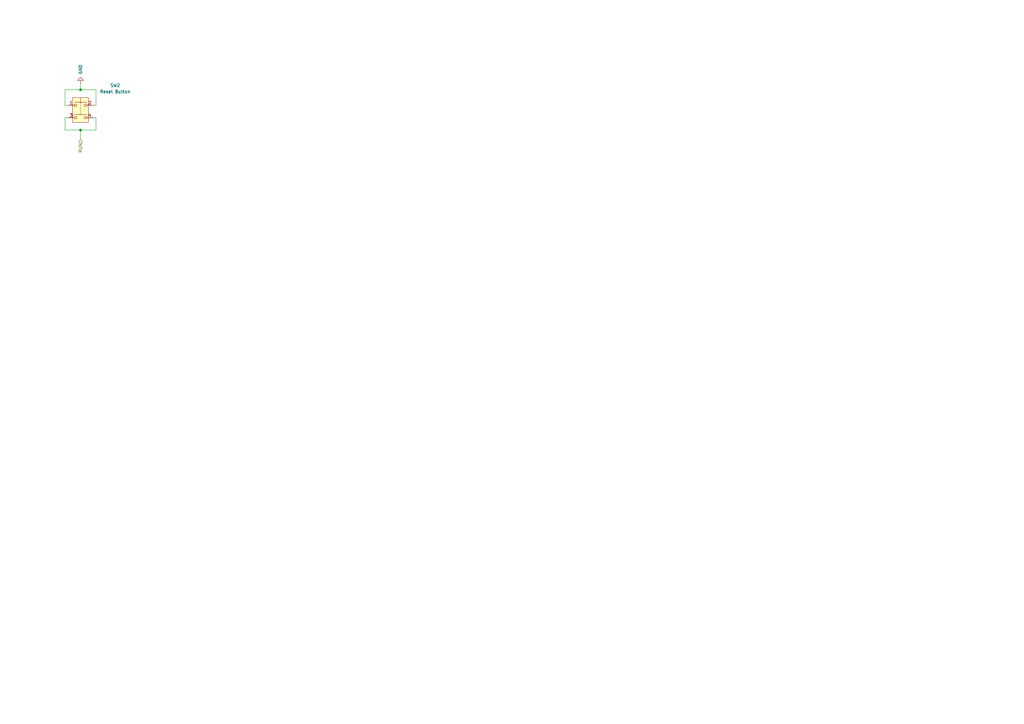
<source format=kicad_sch>
(kicad_sch (version 20231120) (generator "eeschema") (generator_version "8.0")
  (paper "A3")
  (title_block (title "FRANK2") (date "2024-11-21") (rev "1.0") (company "Mikhail Matveev") (comment 1 "https://github.com/xtremespb/frank2"))
  (lib_symbols
    (symbol "GND_1" (power) (pin_numbers hide) (pin_names (offset 0) hide)
      (property "Value" "GND" (at 0 -3.81 0))
      (symbol "GND_1_0_1"
        (polyline (pts (xy 0 0) (xy 0 -1.27) (xy 1.27 -1.27) (xy 0 -2.54) (xy -1.27 -1.27) (xy 0 -1.27)))
      )
      (symbol "GND_1_1_1"
        (pin power_in line (at 0 0 270) (length 0) (name "~") (number "1"))
      )
    )
    (symbol "Switch:SW_Push_Dual" (pin_names (offset 1.016) hide)
      (property "Reference" "SW" (at 0 7.62 0))
      (property "Value" "SW_Push_Dual" (at 0 -6.35 0))
      (symbol "SW_Push_Dual_0_1"
        (circle (center -2.032 -2.54) (radius 0.508))
        (circle (center -2.032 2.54) (radius 0.508))
        (polyline (pts (xy 0 -0.508) (xy 0 -1.016)))
        (polyline (pts (xy 0 0.508) (xy 0 0)))
        (polyline (pts (xy 0 1.016) (xy 0 1.524)))
        (polyline (pts (xy 0 2.032) (xy 0 2.54)))
        (polyline (pts (xy 0 3.048) (xy 0 3.556)))
        (polyline (pts (xy 0 3.81) (xy 0 5.588)))
        (polyline (pts (xy 2.54 -1.27) (xy -2.54 -1.27)))
        (polyline (pts (xy 2.54 3.81) (xy -2.54 3.81)))
        (circle (center 2.032 -2.54) (radius 0.508))
        (circle (center 2.032 2.54) (radius 0.508))
        (pin passive line (at -5.08 2.54 0) (length 2.54) (name "1") (number "1"))
        (pin passive line (at 5.08 2.54 180) (length 2.54) (name "2") (number "2"))
        (pin passive line (at -5.08 -2.54 0) (length 2.54) (name "3") (number "3"))
        (pin passive line (at 5.08 -2.54 180) (length 2.54) (name "4") (number "4"))
      )
      (symbol "SW_Push_Dual_1_1"
        (rectangle (start -3.175 5.715) (end 3.175 -4.445) (fill (type background)))
      )
    )
  )
  (junction (at 33.02 36.83))
  (junction (at 33.02 53.34))
  (wire (pts (xy 26.67 48.26) (xy 27.94 48.26)))
  (wire (pts (xy 26.67 36.83) (xy 33.02 36.83)))
  (wire (pts (xy 26.67 36.83) (xy 26.67 43.18)))
  (wire (pts (xy 33.02 53.34) (xy 39.37 53.34)))
  (wire (pts (xy 26.67 53.34) (xy 33.02 53.34)))
  (wire (pts (xy 39.37 53.34) (xy 39.37 48.26)))
  (wire (pts (xy 33.02 34.29) (xy 33.02 36.83)))
  (wire (pts (xy 38.1 43.18) (xy 39.37 43.18)))
  (wire (pts (xy 39.37 36.83) (xy 39.37 43.18)))
  (wire (pts (xy 33.02 53.34) (xy 33.02 57.15)))
  (wire (pts (xy 26.67 53.34) (xy 26.67 48.26)))
  (wire (pts (xy 26.67 43.18) (xy 27.94 43.18)))
  (wire (pts (xy 33.02 36.83) (xy 39.37 36.83)))
  (wire (pts (xy 38.1 48.26) (xy 39.37 48.26)))
  (hierarchical_label "RUN" (shape input) (at 33.02 57.15 270))
  (symbol (lib_id "Switch:SW_Push_Dual") (at 33.02 45.72 0) (unit 1)
    (property "Reference" "SW2" (at 47.244 35.052 0))
    (property "Value" "Reset Button" (at 47.244 37.592 0))
    (property "Footprint" "LIBS:Button_SMD_3x3x2" (effects (hide yes)))
    (property "Description" "Push button switch, generic, symbol, four pins" (effects (hide yes)))
  )
  (symbol (lib_name "GND_1") (lib_id "power:GND") (at 33.02 34.29 180) (unit 1)
    (property "Reference" "#PWR051" (effects (hide yes)))
    (property "Value" "GND" (at 33.0201 30.48 90) (effects (justify right)))
    (property "Description" "Power symbol creates a global label with name \"GND\" , ground" (effects (hide yes)))
  )
)
</source>
